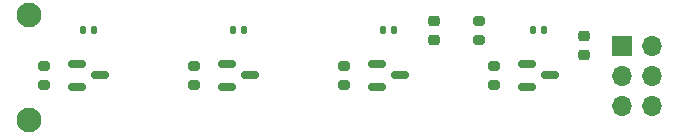
<source format=gbr>
%TF.GenerationSoftware,KiCad,Pcbnew,(6.0.6)*%
%TF.CreationDate,2022-08-04T20:50:46+02:00*%
%TF.ProjectId,Linearsensor,4c696e65-6172-4736-956e-736f722e6b69,rev?*%
%TF.SameCoordinates,Original*%
%TF.FileFunction,Soldermask,Top*%
%TF.FilePolarity,Negative*%
%FSLAX46Y46*%
G04 Gerber Fmt 4.6, Leading zero omitted, Abs format (unit mm)*
G04 Created by KiCad (PCBNEW (6.0.6)) date 2022-08-04 20:50:46*
%MOMM*%
%LPD*%
G01*
G04 APERTURE LIST*
G04 Aperture macros list*
%AMRoundRect*
0 Rectangle with rounded corners*
0 $1 Rounding radius*
0 $2 $3 $4 $5 $6 $7 $8 $9 X,Y pos of 4 corners*
0 Add a 4 corners polygon primitive as box body*
4,1,4,$2,$3,$4,$5,$6,$7,$8,$9,$2,$3,0*
0 Add four circle primitives for the rounded corners*
1,1,$1+$1,$2,$3*
1,1,$1+$1,$4,$5*
1,1,$1+$1,$6,$7*
1,1,$1+$1,$8,$9*
0 Add four rect primitives between the rounded corners*
20,1,$1+$1,$2,$3,$4,$5,0*
20,1,$1+$1,$4,$5,$6,$7,0*
20,1,$1+$1,$6,$7,$8,$9,0*
20,1,$1+$1,$8,$9,$2,$3,0*%
G04 Aperture macros list end*
%ADD10RoundRect,0.200000X-0.275000X0.200000X-0.275000X-0.200000X0.275000X-0.200000X0.275000X0.200000X0*%
%ADD11RoundRect,0.218750X0.256250X-0.218750X0.256250X0.218750X-0.256250X0.218750X-0.256250X-0.218750X0*%
%ADD12RoundRect,0.150000X-0.587500X-0.150000X0.587500X-0.150000X0.587500X0.150000X-0.587500X0.150000X0*%
%ADD13RoundRect,0.140000X-0.140000X-0.170000X0.140000X-0.170000X0.140000X0.170000X-0.140000X0.170000X0*%
%ADD14C,2.100000*%
%ADD15R,1.700000X1.700000*%
%ADD16O,1.700000X1.700000*%
G04 APERTURE END LIST*
D10*
%TO.C,R2*%
X163830000Y-102045000D03*
X163830000Y-103695000D03*
%TD*%
D11*
%TO.C,D1*%
X184150000Y-101117500D03*
X184150000Y-99542500D03*
%TD*%
D10*
%TO.C,R4*%
X138430000Y-102045000D03*
X138430000Y-103695000D03*
%TD*%
%TO.C,R5*%
X175260000Y-98235000D03*
X175260000Y-99885000D03*
%TD*%
D12*
%TO.C,U3*%
X154002500Y-101920000D03*
X154002500Y-103820000D03*
X155877500Y-102870000D03*
%TD*%
D13*
%TO.C,C3*%
X154460000Y-99060000D03*
X155420000Y-99060000D03*
%TD*%
D10*
%TO.C,R1*%
X176530000Y-102045000D03*
X176530000Y-103695000D03*
%TD*%
D14*
%TO.C,H2*%
X137160000Y-106680000D03*
%TD*%
%TO.C,H1*%
X137160000Y-97790000D03*
%TD*%
D12*
%TO.C,U4*%
X141302500Y-101920000D03*
X141302500Y-103820000D03*
X143177500Y-102870000D03*
%TD*%
D15*
%TO.C,J2*%
X187390000Y-100345000D03*
D16*
X189930000Y-100345000D03*
X187390000Y-102885000D03*
X189930000Y-102885000D03*
X187390000Y-105425000D03*
X189930000Y-105425000D03*
%TD*%
D10*
%TO.C,R3*%
X151130000Y-102045000D03*
X151130000Y-103695000D03*
%TD*%
D11*
%TO.C,D2*%
X171450000Y-99847500D03*
X171450000Y-98272500D03*
%TD*%
D13*
%TO.C,C1*%
X179860000Y-99060000D03*
X180820000Y-99060000D03*
%TD*%
D12*
%TO.C,U2*%
X166702500Y-101920000D03*
X166702500Y-103820000D03*
X168577500Y-102870000D03*
%TD*%
%TO.C,U1*%
X179402500Y-101920000D03*
X179402500Y-103820000D03*
X181277500Y-102870000D03*
%TD*%
D13*
%TO.C,C2*%
X167160000Y-99060000D03*
X168120000Y-99060000D03*
%TD*%
%TO.C,C4*%
X141760000Y-99060000D03*
X142720000Y-99060000D03*
%TD*%
M02*

</source>
